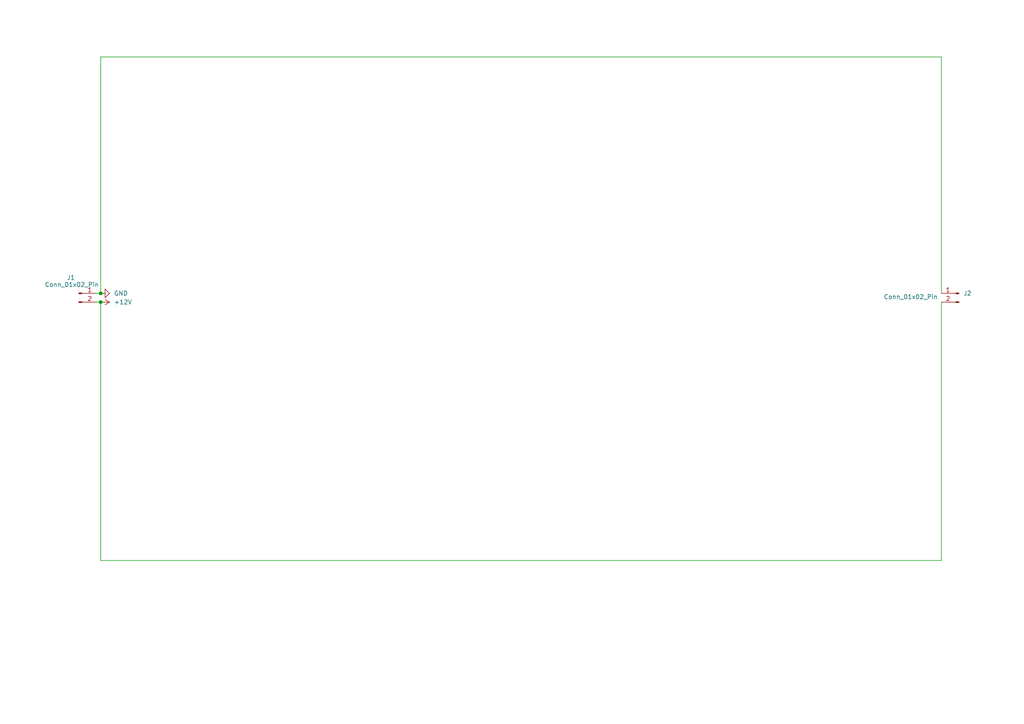
<source format=kicad_sch>
(kicad_sch (version 20250114) (generator "eeschema") (generator_version "9.0")
  (paper "A4")
  (lib_symbols
    (symbol "Connector:Conn_01x02_Pin" (pin_names (offset 1.016) (hide yes))
      (property "Reference" "J" (at 0 2.54 0))
      (property "Value" "Conn_01x02_Pin" (at 0 -5.08 0))
      (symbol "Conn_01x02_Pin_1_1"
        (rectangle (start 0.8636 0.127) (end 0 -0.127) (stroke (width 0.1524)) (fill (type outline)))
        (rectangle (start 0.8636 -2.413) (end 0 -2.667) (stroke (width 0.1524)) (fill (type outline)))
        (polyline (pts (xy 1.27 0) (xy 0.8636 0)) (stroke (width 0.1524)))
        (polyline (pts (xy 1.27 -2.54) (xy 0.8636 -2.54)) (stroke (width 0.1524)))
        (pin passive line (at 5.08 0 180) (length 3.81) (name "Pin_1") (number "1"))
        (pin passive line (at 5.08 -2.54 180) (length 3.81) (name "Pin_2") (number "2"))
      )
    )
    (symbol "power:+12V" (power) (pin_numbers (hide yes)) (pin_names (offset 0) (hide yes))
      (property "Value" "+12V" (at 0 3.556 0))
      (symbol "+12V_0_1"
        (polyline (pts (xy -0.762 1.27) (xy 0 2.54)))
        (polyline (pts (xy 0 2.54) (xy 0.762 1.27)))
        (polyline (pts (xy 0 0) (xy 0 2.54)))
      )
      (symbol "+12V_1_1"
        (pin power_in line (at 0 0 90) (length 0) (name "~") (number "1"))
      )
    )
    (symbol "power:GND" (power) (pin_numbers (hide yes)) (pin_names (offset 0) (hide yes))
      (property "Value" "GND" (at 0 -3.81 0))
      (symbol "GND_0_1"
        (polyline (pts (xy 0 0) (xy 0 -1.27) (xy 1.27 -1.27) (xy 0 -2.54) (xy -1.27 -1.27) (xy 0 -1.27)))
      )
      (symbol "GND_1_1"
        (pin power_in line (at 0 0 270) (length 0) (name "~") (number "1"))
      )
    )
  )
  (junction (at 29.21 85.09))
  (junction (at 29.21 87.63))
  (wire (pts (xy 27.94 85.09) (xy 29.21 85.09)))
  (wire (pts (xy 29.21 16.51) (xy 29.21 85.09)))
  (wire (pts (xy 29.21 162.56) (xy 29.21 87.63)))
  (wire (pts (xy 29.21 16.51) (xy 273.05 16.51)))
  (wire (pts (xy 273.05 16.51) (xy 273.05 85.09)))
  (wire (pts (xy 27.94 87.63) (xy 29.21 87.63)))
  (wire (pts (xy 29.21 162.56) (xy 273.05 162.56)))
  (wire (pts (xy 273.05 162.56) (xy 273.05 87.63)))
  (symbol (lib_id "Connector:Conn_01x02_Pin") (at 22.86 85.09 0) (unit 1)
    (property "Reference" "J1" (at 20.574 80.518 0))
    (property "Value" "Conn_01x02_Pin" (at 20.828 82.55 0))
    (property "Footprint" "Bluesat:S2P-VH" (effects (hide yes)))
    (property "Description" "Generic connector, single row, 01x02, script generated" (effects (hide yes)))
  )
  (symbol (lib_id "power:GND") (at 29.21 85.09 90) (unit 1)
    (property "Reference" "#PWR01" (effects (hide yes)))
    (property "Value" "GND" (at 33.02 85.0899 90) (effects (justify right)))
    (property "Description" "Power symbol creates a global label with name \"GND\" , ground" (effects (hide yes)))
  )
  (symbol (lib_id "Connector:Conn_01x02_Pin") (at 278.13 85.09 0) (mirror y) (unit 1)
    (property "Reference" "J2" (at 279.4 85.0899 0) (effects (justify right)))
    (property "Value" "Conn_01x02_Pin" (at 256.286 86.106 0) (effects (justify right)))
    (property "Footprint" "Connector_Wire:SolderWire-1.5sqmm_1x02_P6mm_D1.7mm_OD3mm" (effects (hide yes)))
    (property "Description" "Generic connector, single row, 01x02, script generated" (effects (hide yes)))
  )
  (symbol (lib_id "power:+12V") (at 29.21 87.63 270) (unit 1)
    (property "Reference" "#PWR02" (effects (hide yes)))
    (property "Value" "+12V" (at 33.02 87.6299 90) (effects (justify left)))
    (property "Description" "Power symbol creates a global label with name \"+12V\"" (effects (hide yes)))
  )
)
</source>
